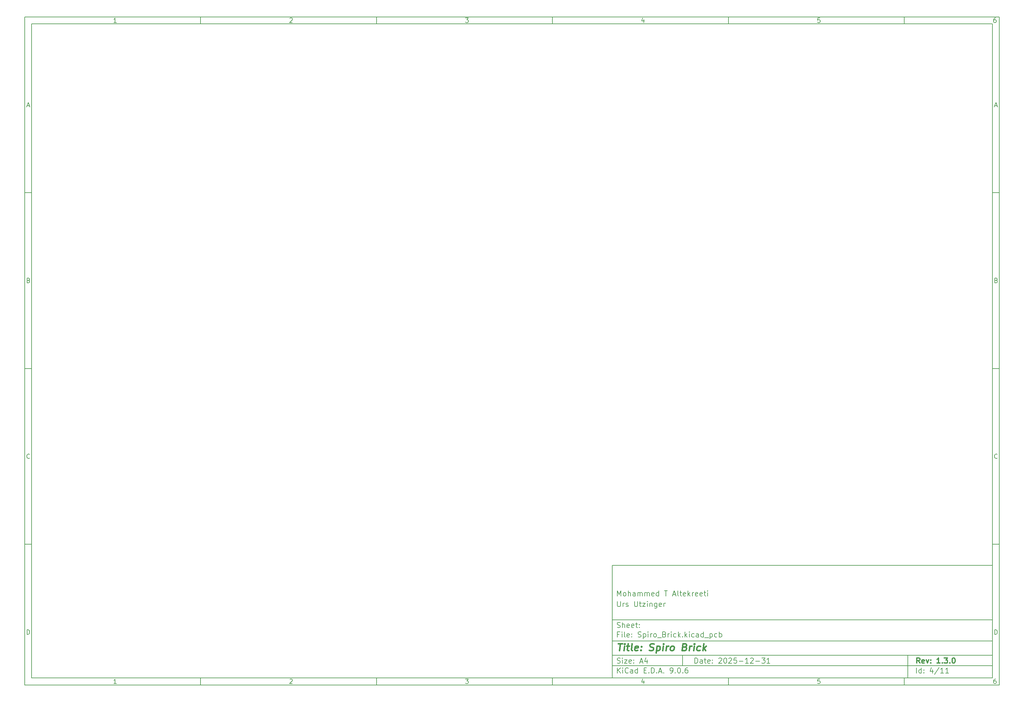
<source format=gbr>
%TF.GenerationSoftware,KiCad,Pcbnew,9.0.6-9.0.6~ubuntu22.04.1*%
%TF.CreationDate,2026-01-05T20:27:44-07:00*%
%TF.ProjectId,Spiro_Brick,53706972-6f5f-4427-9269-636b2e6b6963,1.3.0*%
%TF.SameCoordinates,Original*%
%TF.FileFunction,Paste,Bot*%
%TF.FilePolarity,Positive*%
%FSLAX46Y46*%
G04 Gerber Fmt 4.6, Leading zero omitted, Abs format (unit mm)*
G04 Created by KiCad (PCBNEW 9.0.6-9.0.6~ubuntu22.04.1) date 2026-01-05 20:27:44*
%MOMM*%
%LPD*%
G01*
G04 APERTURE LIST*
%ADD10C,0.100000*%
%ADD11C,0.150000*%
%ADD12C,0.300000*%
%ADD13C,0.400000*%
G04 APERTURE END LIST*
D10*
D11*
X177002200Y-166007200D02*
X285002200Y-166007200D01*
X285002200Y-198007200D01*
X177002200Y-198007200D01*
X177002200Y-166007200D01*
D10*
D11*
X10000000Y-10000000D02*
X287002200Y-10000000D01*
X287002200Y-200007200D01*
X10000000Y-200007200D01*
X10000000Y-10000000D01*
D10*
D11*
X12000000Y-12000000D02*
X285002200Y-12000000D01*
X285002200Y-198007200D01*
X12000000Y-198007200D01*
X12000000Y-12000000D01*
D10*
D11*
X60000000Y-12000000D02*
X60000000Y-10000000D01*
D10*
D11*
X110000000Y-12000000D02*
X110000000Y-10000000D01*
D10*
D11*
X160000000Y-12000000D02*
X160000000Y-10000000D01*
D10*
D11*
X210000000Y-12000000D02*
X210000000Y-10000000D01*
D10*
D11*
X260000000Y-12000000D02*
X260000000Y-10000000D01*
D10*
D11*
X36089160Y-11593604D02*
X35346303Y-11593604D01*
X35717731Y-11593604D02*
X35717731Y-10293604D01*
X35717731Y-10293604D02*
X35593922Y-10479319D01*
X35593922Y-10479319D02*
X35470112Y-10603128D01*
X35470112Y-10603128D02*
X35346303Y-10665033D01*
D10*
D11*
X85346303Y-10417414D02*
X85408207Y-10355509D01*
X85408207Y-10355509D02*
X85532017Y-10293604D01*
X85532017Y-10293604D02*
X85841541Y-10293604D01*
X85841541Y-10293604D02*
X85965350Y-10355509D01*
X85965350Y-10355509D02*
X86027255Y-10417414D01*
X86027255Y-10417414D02*
X86089160Y-10541223D01*
X86089160Y-10541223D02*
X86089160Y-10665033D01*
X86089160Y-10665033D02*
X86027255Y-10850747D01*
X86027255Y-10850747D02*
X85284398Y-11593604D01*
X85284398Y-11593604D02*
X86089160Y-11593604D01*
D10*
D11*
X135284398Y-10293604D02*
X136089160Y-10293604D01*
X136089160Y-10293604D02*
X135655826Y-10788842D01*
X135655826Y-10788842D02*
X135841541Y-10788842D01*
X135841541Y-10788842D02*
X135965350Y-10850747D01*
X135965350Y-10850747D02*
X136027255Y-10912652D01*
X136027255Y-10912652D02*
X136089160Y-11036461D01*
X136089160Y-11036461D02*
X136089160Y-11345985D01*
X136089160Y-11345985D02*
X136027255Y-11469795D01*
X136027255Y-11469795D02*
X135965350Y-11531700D01*
X135965350Y-11531700D02*
X135841541Y-11593604D01*
X135841541Y-11593604D02*
X135470112Y-11593604D01*
X135470112Y-11593604D02*
X135346303Y-11531700D01*
X135346303Y-11531700D02*
X135284398Y-11469795D01*
D10*
D11*
X185965350Y-10726938D02*
X185965350Y-11593604D01*
X185655826Y-10231700D02*
X185346303Y-11160271D01*
X185346303Y-11160271D02*
X186151064Y-11160271D01*
D10*
D11*
X236027255Y-10293604D02*
X235408207Y-10293604D01*
X235408207Y-10293604D02*
X235346303Y-10912652D01*
X235346303Y-10912652D02*
X235408207Y-10850747D01*
X235408207Y-10850747D02*
X235532017Y-10788842D01*
X235532017Y-10788842D02*
X235841541Y-10788842D01*
X235841541Y-10788842D02*
X235965350Y-10850747D01*
X235965350Y-10850747D02*
X236027255Y-10912652D01*
X236027255Y-10912652D02*
X236089160Y-11036461D01*
X236089160Y-11036461D02*
X236089160Y-11345985D01*
X236089160Y-11345985D02*
X236027255Y-11469795D01*
X236027255Y-11469795D02*
X235965350Y-11531700D01*
X235965350Y-11531700D02*
X235841541Y-11593604D01*
X235841541Y-11593604D02*
X235532017Y-11593604D01*
X235532017Y-11593604D02*
X235408207Y-11531700D01*
X235408207Y-11531700D02*
X235346303Y-11469795D01*
D10*
D11*
X285965350Y-10293604D02*
X285717731Y-10293604D01*
X285717731Y-10293604D02*
X285593922Y-10355509D01*
X285593922Y-10355509D02*
X285532017Y-10417414D01*
X285532017Y-10417414D02*
X285408207Y-10603128D01*
X285408207Y-10603128D02*
X285346303Y-10850747D01*
X285346303Y-10850747D02*
X285346303Y-11345985D01*
X285346303Y-11345985D02*
X285408207Y-11469795D01*
X285408207Y-11469795D02*
X285470112Y-11531700D01*
X285470112Y-11531700D02*
X285593922Y-11593604D01*
X285593922Y-11593604D02*
X285841541Y-11593604D01*
X285841541Y-11593604D02*
X285965350Y-11531700D01*
X285965350Y-11531700D02*
X286027255Y-11469795D01*
X286027255Y-11469795D02*
X286089160Y-11345985D01*
X286089160Y-11345985D02*
X286089160Y-11036461D01*
X286089160Y-11036461D02*
X286027255Y-10912652D01*
X286027255Y-10912652D02*
X285965350Y-10850747D01*
X285965350Y-10850747D02*
X285841541Y-10788842D01*
X285841541Y-10788842D02*
X285593922Y-10788842D01*
X285593922Y-10788842D02*
X285470112Y-10850747D01*
X285470112Y-10850747D02*
X285408207Y-10912652D01*
X285408207Y-10912652D02*
X285346303Y-11036461D01*
D10*
D11*
X60000000Y-198007200D02*
X60000000Y-200007200D01*
D10*
D11*
X110000000Y-198007200D02*
X110000000Y-200007200D01*
D10*
D11*
X160000000Y-198007200D02*
X160000000Y-200007200D01*
D10*
D11*
X210000000Y-198007200D02*
X210000000Y-200007200D01*
D10*
D11*
X260000000Y-198007200D02*
X260000000Y-200007200D01*
D10*
D11*
X36089160Y-199600804D02*
X35346303Y-199600804D01*
X35717731Y-199600804D02*
X35717731Y-198300804D01*
X35717731Y-198300804D02*
X35593922Y-198486519D01*
X35593922Y-198486519D02*
X35470112Y-198610328D01*
X35470112Y-198610328D02*
X35346303Y-198672233D01*
D10*
D11*
X85346303Y-198424614D02*
X85408207Y-198362709D01*
X85408207Y-198362709D02*
X85532017Y-198300804D01*
X85532017Y-198300804D02*
X85841541Y-198300804D01*
X85841541Y-198300804D02*
X85965350Y-198362709D01*
X85965350Y-198362709D02*
X86027255Y-198424614D01*
X86027255Y-198424614D02*
X86089160Y-198548423D01*
X86089160Y-198548423D02*
X86089160Y-198672233D01*
X86089160Y-198672233D02*
X86027255Y-198857947D01*
X86027255Y-198857947D02*
X85284398Y-199600804D01*
X85284398Y-199600804D02*
X86089160Y-199600804D01*
D10*
D11*
X135284398Y-198300804D02*
X136089160Y-198300804D01*
X136089160Y-198300804D02*
X135655826Y-198796042D01*
X135655826Y-198796042D02*
X135841541Y-198796042D01*
X135841541Y-198796042D02*
X135965350Y-198857947D01*
X135965350Y-198857947D02*
X136027255Y-198919852D01*
X136027255Y-198919852D02*
X136089160Y-199043661D01*
X136089160Y-199043661D02*
X136089160Y-199353185D01*
X136089160Y-199353185D02*
X136027255Y-199476995D01*
X136027255Y-199476995D02*
X135965350Y-199538900D01*
X135965350Y-199538900D02*
X135841541Y-199600804D01*
X135841541Y-199600804D02*
X135470112Y-199600804D01*
X135470112Y-199600804D02*
X135346303Y-199538900D01*
X135346303Y-199538900D02*
X135284398Y-199476995D01*
D10*
D11*
X185965350Y-198734138D02*
X185965350Y-199600804D01*
X185655826Y-198238900D02*
X185346303Y-199167471D01*
X185346303Y-199167471D02*
X186151064Y-199167471D01*
D10*
D11*
X236027255Y-198300804D02*
X235408207Y-198300804D01*
X235408207Y-198300804D02*
X235346303Y-198919852D01*
X235346303Y-198919852D02*
X235408207Y-198857947D01*
X235408207Y-198857947D02*
X235532017Y-198796042D01*
X235532017Y-198796042D02*
X235841541Y-198796042D01*
X235841541Y-198796042D02*
X235965350Y-198857947D01*
X235965350Y-198857947D02*
X236027255Y-198919852D01*
X236027255Y-198919852D02*
X236089160Y-199043661D01*
X236089160Y-199043661D02*
X236089160Y-199353185D01*
X236089160Y-199353185D02*
X236027255Y-199476995D01*
X236027255Y-199476995D02*
X235965350Y-199538900D01*
X235965350Y-199538900D02*
X235841541Y-199600804D01*
X235841541Y-199600804D02*
X235532017Y-199600804D01*
X235532017Y-199600804D02*
X235408207Y-199538900D01*
X235408207Y-199538900D02*
X235346303Y-199476995D01*
D10*
D11*
X285965350Y-198300804D02*
X285717731Y-198300804D01*
X285717731Y-198300804D02*
X285593922Y-198362709D01*
X285593922Y-198362709D02*
X285532017Y-198424614D01*
X285532017Y-198424614D02*
X285408207Y-198610328D01*
X285408207Y-198610328D02*
X285346303Y-198857947D01*
X285346303Y-198857947D02*
X285346303Y-199353185D01*
X285346303Y-199353185D02*
X285408207Y-199476995D01*
X285408207Y-199476995D02*
X285470112Y-199538900D01*
X285470112Y-199538900D02*
X285593922Y-199600804D01*
X285593922Y-199600804D02*
X285841541Y-199600804D01*
X285841541Y-199600804D02*
X285965350Y-199538900D01*
X285965350Y-199538900D02*
X286027255Y-199476995D01*
X286027255Y-199476995D02*
X286089160Y-199353185D01*
X286089160Y-199353185D02*
X286089160Y-199043661D01*
X286089160Y-199043661D02*
X286027255Y-198919852D01*
X286027255Y-198919852D02*
X285965350Y-198857947D01*
X285965350Y-198857947D02*
X285841541Y-198796042D01*
X285841541Y-198796042D02*
X285593922Y-198796042D01*
X285593922Y-198796042D02*
X285470112Y-198857947D01*
X285470112Y-198857947D02*
X285408207Y-198919852D01*
X285408207Y-198919852D02*
X285346303Y-199043661D01*
D10*
D11*
X10000000Y-60000000D02*
X12000000Y-60000000D01*
D10*
D11*
X10000000Y-110000000D02*
X12000000Y-110000000D01*
D10*
D11*
X10000000Y-160000000D02*
X12000000Y-160000000D01*
D10*
D11*
X10690476Y-35222176D02*
X11309523Y-35222176D01*
X10566666Y-35593604D02*
X10999999Y-34293604D01*
X10999999Y-34293604D02*
X11433333Y-35593604D01*
D10*
D11*
X11092857Y-84912652D02*
X11278571Y-84974557D01*
X11278571Y-84974557D02*
X11340476Y-85036461D01*
X11340476Y-85036461D02*
X11402380Y-85160271D01*
X11402380Y-85160271D02*
X11402380Y-85345985D01*
X11402380Y-85345985D02*
X11340476Y-85469795D01*
X11340476Y-85469795D02*
X11278571Y-85531700D01*
X11278571Y-85531700D02*
X11154761Y-85593604D01*
X11154761Y-85593604D02*
X10659523Y-85593604D01*
X10659523Y-85593604D02*
X10659523Y-84293604D01*
X10659523Y-84293604D02*
X11092857Y-84293604D01*
X11092857Y-84293604D02*
X11216666Y-84355509D01*
X11216666Y-84355509D02*
X11278571Y-84417414D01*
X11278571Y-84417414D02*
X11340476Y-84541223D01*
X11340476Y-84541223D02*
X11340476Y-84665033D01*
X11340476Y-84665033D02*
X11278571Y-84788842D01*
X11278571Y-84788842D02*
X11216666Y-84850747D01*
X11216666Y-84850747D02*
X11092857Y-84912652D01*
X11092857Y-84912652D02*
X10659523Y-84912652D01*
D10*
D11*
X11402380Y-135469795D02*
X11340476Y-135531700D01*
X11340476Y-135531700D02*
X11154761Y-135593604D01*
X11154761Y-135593604D02*
X11030952Y-135593604D01*
X11030952Y-135593604D02*
X10845238Y-135531700D01*
X10845238Y-135531700D02*
X10721428Y-135407890D01*
X10721428Y-135407890D02*
X10659523Y-135284080D01*
X10659523Y-135284080D02*
X10597619Y-135036461D01*
X10597619Y-135036461D02*
X10597619Y-134850747D01*
X10597619Y-134850747D02*
X10659523Y-134603128D01*
X10659523Y-134603128D02*
X10721428Y-134479319D01*
X10721428Y-134479319D02*
X10845238Y-134355509D01*
X10845238Y-134355509D02*
X11030952Y-134293604D01*
X11030952Y-134293604D02*
X11154761Y-134293604D01*
X11154761Y-134293604D02*
X11340476Y-134355509D01*
X11340476Y-134355509D02*
X11402380Y-134417414D01*
D10*
D11*
X10659523Y-185593604D02*
X10659523Y-184293604D01*
X10659523Y-184293604D02*
X10969047Y-184293604D01*
X10969047Y-184293604D02*
X11154761Y-184355509D01*
X11154761Y-184355509D02*
X11278571Y-184479319D01*
X11278571Y-184479319D02*
X11340476Y-184603128D01*
X11340476Y-184603128D02*
X11402380Y-184850747D01*
X11402380Y-184850747D02*
X11402380Y-185036461D01*
X11402380Y-185036461D02*
X11340476Y-185284080D01*
X11340476Y-185284080D02*
X11278571Y-185407890D01*
X11278571Y-185407890D02*
X11154761Y-185531700D01*
X11154761Y-185531700D02*
X10969047Y-185593604D01*
X10969047Y-185593604D02*
X10659523Y-185593604D01*
D10*
D11*
X287002200Y-60000000D02*
X285002200Y-60000000D01*
D10*
D11*
X287002200Y-110000000D02*
X285002200Y-110000000D01*
D10*
D11*
X287002200Y-160000000D02*
X285002200Y-160000000D01*
D10*
D11*
X285692676Y-35222176D02*
X286311723Y-35222176D01*
X285568866Y-35593604D02*
X286002199Y-34293604D01*
X286002199Y-34293604D02*
X286435533Y-35593604D01*
D10*
D11*
X286095057Y-84912652D02*
X286280771Y-84974557D01*
X286280771Y-84974557D02*
X286342676Y-85036461D01*
X286342676Y-85036461D02*
X286404580Y-85160271D01*
X286404580Y-85160271D02*
X286404580Y-85345985D01*
X286404580Y-85345985D02*
X286342676Y-85469795D01*
X286342676Y-85469795D02*
X286280771Y-85531700D01*
X286280771Y-85531700D02*
X286156961Y-85593604D01*
X286156961Y-85593604D02*
X285661723Y-85593604D01*
X285661723Y-85593604D02*
X285661723Y-84293604D01*
X285661723Y-84293604D02*
X286095057Y-84293604D01*
X286095057Y-84293604D02*
X286218866Y-84355509D01*
X286218866Y-84355509D02*
X286280771Y-84417414D01*
X286280771Y-84417414D02*
X286342676Y-84541223D01*
X286342676Y-84541223D02*
X286342676Y-84665033D01*
X286342676Y-84665033D02*
X286280771Y-84788842D01*
X286280771Y-84788842D02*
X286218866Y-84850747D01*
X286218866Y-84850747D02*
X286095057Y-84912652D01*
X286095057Y-84912652D02*
X285661723Y-84912652D01*
D10*
D11*
X286404580Y-135469795D02*
X286342676Y-135531700D01*
X286342676Y-135531700D02*
X286156961Y-135593604D01*
X286156961Y-135593604D02*
X286033152Y-135593604D01*
X286033152Y-135593604D02*
X285847438Y-135531700D01*
X285847438Y-135531700D02*
X285723628Y-135407890D01*
X285723628Y-135407890D02*
X285661723Y-135284080D01*
X285661723Y-135284080D02*
X285599819Y-135036461D01*
X285599819Y-135036461D02*
X285599819Y-134850747D01*
X285599819Y-134850747D02*
X285661723Y-134603128D01*
X285661723Y-134603128D02*
X285723628Y-134479319D01*
X285723628Y-134479319D02*
X285847438Y-134355509D01*
X285847438Y-134355509D02*
X286033152Y-134293604D01*
X286033152Y-134293604D02*
X286156961Y-134293604D01*
X286156961Y-134293604D02*
X286342676Y-134355509D01*
X286342676Y-134355509D02*
X286404580Y-134417414D01*
D10*
D11*
X285661723Y-185593604D02*
X285661723Y-184293604D01*
X285661723Y-184293604D02*
X285971247Y-184293604D01*
X285971247Y-184293604D02*
X286156961Y-184355509D01*
X286156961Y-184355509D02*
X286280771Y-184479319D01*
X286280771Y-184479319D02*
X286342676Y-184603128D01*
X286342676Y-184603128D02*
X286404580Y-184850747D01*
X286404580Y-184850747D02*
X286404580Y-185036461D01*
X286404580Y-185036461D02*
X286342676Y-185284080D01*
X286342676Y-185284080D02*
X286280771Y-185407890D01*
X286280771Y-185407890D02*
X286156961Y-185531700D01*
X286156961Y-185531700D02*
X285971247Y-185593604D01*
X285971247Y-185593604D02*
X285661723Y-185593604D01*
D10*
D11*
X200458026Y-193793328D02*
X200458026Y-192293328D01*
X200458026Y-192293328D02*
X200815169Y-192293328D01*
X200815169Y-192293328D02*
X201029455Y-192364757D01*
X201029455Y-192364757D02*
X201172312Y-192507614D01*
X201172312Y-192507614D02*
X201243741Y-192650471D01*
X201243741Y-192650471D02*
X201315169Y-192936185D01*
X201315169Y-192936185D02*
X201315169Y-193150471D01*
X201315169Y-193150471D02*
X201243741Y-193436185D01*
X201243741Y-193436185D02*
X201172312Y-193579042D01*
X201172312Y-193579042D02*
X201029455Y-193721900D01*
X201029455Y-193721900D02*
X200815169Y-193793328D01*
X200815169Y-193793328D02*
X200458026Y-193793328D01*
X202600884Y-193793328D02*
X202600884Y-193007614D01*
X202600884Y-193007614D02*
X202529455Y-192864757D01*
X202529455Y-192864757D02*
X202386598Y-192793328D01*
X202386598Y-192793328D02*
X202100884Y-192793328D01*
X202100884Y-192793328D02*
X201958026Y-192864757D01*
X202600884Y-193721900D02*
X202458026Y-193793328D01*
X202458026Y-193793328D02*
X202100884Y-193793328D01*
X202100884Y-193793328D02*
X201958026Y-193721900D01*
X201958026Y-193721900D02*
X201886598Y-193579042D01*
X201886598Y-193579042D02*
X201886598Y-193436185D01*
X201886598Y-193436185D02*
X201958026Y-193293328D01*
X201958026Y-193293328D02*
X202100884Y-193221900D01*
X202100884Y-193221900D02*
X202458026Y-193221900D01*
X202458026Y-193221900D02*
X202600884Y-193150471D01*
X203100884Y-192793328D02*
X203672312Y-192793328D01*
X203315169Y-192293328D02*
X203315169Y-193579042D01*
X203315169Y-193579042D02*
X203386598Y-193721900D01*
X203386598Y-193721900D02*
X203529455Y-193793328D01*
X203529455Y-193793328D02*
X203672312Y-193793328D01*
X204743741Y-193721900D02*
X204600884Y-193793328D01*
X204600884Y-193793328D02*
X204315170Y-193793328D01*
X204315170Y-193793328D02*
X204172312Y-193721900D01*
X204172312Y-193721900D02*
X204100884Y-193579042D01*
X204100884Y-193579042D02*
X204100884Y-193007614D01*
X204100884Y-193007614D02*
X204172312Y-192864757D01*
X204172312Y-192864757D02*
X204315170Y-192793328D01*
X204315170Y-192793328D02*
X204600884Y-192793328D01*
X204600884Y-192793328D02*
X204743741Y-192864757D01*
X204743741Y-192864757D02*
X204815170Y-193007614D01*
X204815170Y-193007614D02*
X204815170Y-193150471D01*
X204815170Y-193150471D02*
X204100884Y-193293328D01*
X205458026Y-193650471D02*
X205529455Y-193721900D01*
X205529455Y-193721900D02*
X205458026Y-193793328D01*
X205458026Y-193793328D02*
X205386598Y-193721900D01*
X205386598Y-193721900D02*
X205458026Y-193650471D01*
X205458026Y-193650471D02*
X205458026Y-193793328D01*
X205458026Y-192864757D02*
X205529455Y-192936185D01*
X205529455Y-192936185D02*
X205458026Y-193007614D01*
X205458026Y-193007614D02*
X205386598Y-192936185D01*
X205386598Y-192936185D02*
X205458026Y-192864757D01*
X205458026Y-192864757D02*
X205458026Y-193007614D01*
X207243741Y-192436185D02*
X207315169Y-192364757D01*
X207315169Y-192364757D02*
X207458027Y-192293328D01*
X207458027Y-192293328D02*
X207815169Y-192293328D01*
X207815169Y-192293328D02*
X207958027Y-192364757D01*
X207958027Y-192364757D02*
X208029455Y-192436185D01*
X208029455Y-192436185D02*
X208100884Y-192579042D01*
X208100884Y-192579042D02*
X208100884Y-192721900D01*
X208100884Y-192721900D02*
X208029455Y-192936185D01*
X208029455Y-192936185D02*
X207172312Y-193793328D01*
X207172312Y-193793328D02*
X208100884Y-193793328D01*
X209029455Y-192293328D02*
X209172312Y-192293328D01*
X209172312Y-192293328D02*
X209315169Y-192364757D01*
X209315169Y-192364757D02*
X209386598Y-192436185D01*
X209386598Y-192436185D02*
X209458026Y-192579042D01*
X209458026Y-192579042D02*
X209529455Y-192864757D01*
X209529455Y-192864757D02*
X209529455Y-193221900D01*
X209529455Y-193221900D02*
X209458026Y-193507614D01*
X209458026Y-193507614D02*
X209386598Y-193650471D01*
X209386598Y-193650471D02*
X209315169Y-193721900D01*
X209315169Y-193721900D02*
X209172312Y-193793328D01*
X209172312Y-193793328D02*
X209029455Y-193793328D01*
X209029455Y-193793328D02*
X208886598Y-193721900D01*
X208886598Y-193721900D02*
X208815169Y-193650471D01*
X208815169Y-193650471D02*
X208743740Y-193507614D01*
X208743740Y-193507614D02*
X208672312Y-193221900D01*
X208672312Y-193221900D02*
X208672312Y-192864757D01*
X208672312Y-192864757D02*
X208743740Y-192579042D01*
X208743740Y-192579042D02*
X208815169Y-192436185D01*
X208815169Y-192436185D02*
X208886598Y-192364757D01*
X208886598Y-192364757D02*
X209029455Y-192293328D01*
X210100883Y-192436185D02*
X210172311Y-192364757D01*
X210172311Y-192364757D02*
X210315169Y-192293328D01*
X210315169Y-192293328D02*
X210672311Y-192293328D01*
X210672311Y-192293328D02*
X210815169Y-192364757D01*
X210815169Y-192364757D02*
X210886597Y-192436185D01*
X210886597Y-192436185D02*
X210958026Y-192579042D01*
X210958026Y-192579042D02*
X210958026Y-192721900D01*
X210958026Y-192721900D02*
X210886597Y-192936185D01*
X210886597Y-192936185D02*
X210029454Y-193793328D01*
X210029454Y-193793328D02*
X210958026Y-193793328D01*
X212315168Y-192293328D02*
X211600882Y-192293328D01*
X211600882Y-192293328D02*
X211529454Y-193007614D01*
X211529454Y-193007614D02*
X211600882Y-192936185D01*
X211600882Y-192936185D02*
X211743740Y-192864757D01*
X211743740Y-192864757D02*
X212100882Y-192864757D01*
X212100882Y-192864757D02*
X212243740Y-192936185D01*
X212243740Y-192936185D02*
X212315168Y-193007614D01*
X212315168Y-193007614D02*
X212386597Y-193150471D01*
X212386597Y-193150471D02*
X212386597Y-193507614D01*
X212386597Y-193507614D02*
X212315168Y-193650471D01*
X212315168Y-193650471D02*
X212243740Y-193721900D01*
X212243740Y-193721900D02*
X212100882Y-193793328D01*
X212100882Y-193793328D02*
X211743740Y-193793328D01*
X211743740Y-193793328D02*
X211600882Y-193721900D01*
X211600882Y-193721900D02*
X211529454Y-193650471D01*
X213029453Y-193221900D02*
X214172311Y-193221900D01*
X215672311Y-193793328D02*
X214815168Y-193793328D01*
X215243739Y-193793328D02*
X215243739Y-192293328D01*
X215243739Y-192293328D02*
X215100882Y-192507614D01*
X215100882Y-192507614D02*
X214958025Y-192650471D01*
X214958025Y-192650471D02*
X214815168Y-192721900D01*
X216243739Y-192436185D02*
X216315167Y-192364757D01*
X216315167Y-192364757D02*
X216458025Y-192293328D01*
X216458025Y-192293328D02*
X216815167Y-192293328D01*
X216815167Y-192293328D02*
X216958025Y-192364757D01*
X216958025Y-192364757D02*
X217029453Y-192436185D01*
X217029453Y-192436185D02*
X217100882Y-192579042D01*
X217100882Y-192579042D02*
X217100882Y-192721900D01*
X217100882Y-192721900D02*
X217029453Y-192936185D01*
X217029453Y-192936185D02*
X216172310Y-193793328D01*
X216172310Y-193793328D02*
X217100882Y-193793328D01*
X217743738Y-193221900D02*
X218886596Y-193221900D01*
X219458024Y-192293328D02*
X220386596Y-192293328D01*
X220386596Y-192293328D02*
X219886596Y-192864757D01*
X219886596Y-192864757D02*
X220100881Y-192864757D01*
X220100881Y-192864757D02*
X220243739Y-192936185D01*
X220243739Y-192936185D02*
X220315167Y-193007614D01*
X220315167Y-193007614D02*
X220386596Y-193150471D01*
X220386596Y-193150471D02*
X220386596Y-193507614D01*
X220386596Y-193507614D02*
X220315167Y-193650471D01*
X220315167Y-193650471D02*
X220243739Y-193721900D01*
X220243739Y-193721900D02*
X220100881Y-193793328D01*
X220100881Y-193793328D02*
X219672310Y-193793328D01*
X219672310Y-193793328D02*
X219529453Y-193721900D01*
X219529453Y-193721900D02*
X219458024Y-193650471D01*
X221815167Y-193793328D02*
X220958024Y-193793328D01*
X221386595Y-193793328D02*
X221386595Y-192293328D01*
X221386595Y-192293328D02*
X221243738Y-192507614D01*
X221243738Y-192507614D02*
X221100881Y-192650471D01*
X221100881Y-192650471D02*
X220958024Y-192721900D01*
D10*
D11*
X177002200Y-194507200D02*
X285002200Y-194507200D01*
D10*
D11*
X178458026Y-196593328D02*
X178458026Y-195093328D01*
X179315169Y-196593328D02*
X178672312Y-195736185D01*
X179315169Y-195093328D02*
X178458026Y-195950471D01*
X179958026Y-196593328D02*
X179958026Y-195593328D01*
X179958026Y-195093328D02*
X179886598Y-195164757D01*
X179886598Y-195164757D02*
X179958026Y-195236185D01*
X179958026Y-195236185D02*
X180029455Y-195164757D01*
X180029455Y-195164757D02*
X179958026Y-195093328D01*
X179958026Y-195093328D02*
X179958026Y-195236185D01*
X181529455Y-196450471D02*
X181458027Y-196521900D01*
X181458027Y-196521900D02*
X181243741Y-196593328D01*
X181243741Y-196593328D02*
X181100884Y-196593328D01*
X181100884Y-196593328D02*
X180886598Y-196521900D01*
X180886598Y-196521900D02*
X180743741Y-196379042D01*
X180743741Y-196379042D02*
X180672312Y-196236185D01*
X180672312Y-196236185D02*
X180600884Y-195950471D01*
X180600884Y-195950471D02*
X180600884Y-195736185D01*
X180600884Y-195736185D02*
X180672312Y-195450471D01*
X180672312Y-195450471D02*
X180743741Y-195307614D01*
X180743741Y-195307614D02*
X180886598Y-195164757D01*
X180886598Y-195164757D02*
X181100884Y-195093328D01*
X181100884Y-195093328D02*
X181243741Y-195093328D01*
X181243741Y-195093328D02*
X181458027Y-195164757D01*
X181458027Y-195164757D02*
X181529455Y-195236185D01*
X182815170Y-196593328D02*
X182815170Y-195807614D01*
X182815170Y-195807614D02*
X182743741Y-195664757D01*
X182743741Y-195664757D02*
X182600884Y-195593328D01*
X182600884Y-195593328D02*
X182315170Y-195593328D01*
X182315170Y-195593328D02*
X182172312Y-195664757D01*
X182815170Y-196521900D02*
X182672312Y-196593328D01*
X182672312Y-196593328D02*
X182315170Y-196593328D01*
X182315170Y-196593328D02*
X182172312Y-196521900D01*
X182172312Y-196521900D02*
X182100884Y-196379042D01*
X182100884Y-196379042D02*
X182100884Y-196236185D01*
X182100884Y-196236185D02*
X182172312Y-196093328D01*
X182172312Y-196093328D02*
X182315170Y-196021900D01*
X182315170Y-196021900D02*
X182672312Y-196021900D01*
X182672312Y-196021900D02*
X182815170Y-195950471D01*
X184172313Y-196593328D02*
X184172313Y-195093328D01*
X184172313Y-196521900D02*
X184029455Y-196593328D01*
X184029455Y-196593328D02*
X183743741Y-196593328D01*
X183743741Y-196593328D02*
X183600884Y-196521900D01*
X183600884Y-196521900D02*
X183529455Y-196450471D01*
X183529455Y-196450471D02*
X183458027Y-196307614D01*
X183458027Y-196307614D02*
X183458027Y-195879042D01*
X183458027Y-195879042D02*
X183529455Y-195736185D01*
X183529455Y-195736185D02*
X183600884Y-195664757D01*
X183600884Y-195664757D02*
X183743741Y-195593328D01*
X183743741Y-195593328D02*
X184029455Y-195593328D01*
X184029455Y-195593328D02*
X184172313Y-195664757D01*
X186029455Y-195807614D02*
X186529455Y-195807614D01*
X186743741Y-196593328D02*
X186029455Y-196593328D01*
X186029455Y-196593328D02*
X186029455Y-195093328D01*
X186029455Y-195093328D02*
X186743741Y-195093328D01*
X187386598Y-196450471D02*
X187458027Y-196521900D01*
X187458027Y-196521900D02*
X187386598Y-196593328D01*
X187386598Y-196593328D02*
X187315170Y-196521900D01*
X187315170Y-196521900D02*
X187386598Y-196450471D01*
X187386598Y-196450471D02*
X187386598Y-196593328D01*
X188100884Y-196593328D02*
X188100884Y-195093328D01*
X188100884Y-195093328D02*
X188458027Y-195093328D01*
X188458027Y-195093328D02*
X188672313Y-195164757D01*
X188672313Y-195164757D02*
X188815170Y-195307614D01*
X188815170Y-195307614D02*
X188886599Y-195450471D01*
X188886599Y-195450471D02*
X188958027Y-195736185D01*
X188958027Y-195736185D02*
X188958027Y-195950471D01*
X188958027Y-195950471D02*
X188886599Y-196236185D01*
X188886599Y-196236185D02*
X188815170Y-196379042D01*
X188815170Y-196379042D02*
X188672313Y-196521900D01*
X188672313Y-196521900D02*
X188458027Y-196593328D01*
X188458027Y-196593328D02*
X188100884Y-196593328D01*
X189600884Y-196450471D02*
X189672313Y-196521900D01*
X189672313Y-196521900D02*
X189600884Y-196593328D01*
X189600884Y-196593328D02*
X189529456Y-196521900D01*
X189529456Y-196521900D02*
X189600884Y-196450471D01*
X189600884Y-196450471D02*
X189600884Y-196593328D01*
X190243742Y-196164757D02*
X190958028Y-196164757D01*
X190100885Y-196593328D02*
X190600885Y-195093328D01*
X190600885Y-195093328D02*
X191100885Y-196593328D01*
X191600884Y-196450471D02*
X191672313Y-196521900D01*
X191672313Y-196521900D02*
X191600884Y-196593328D01*
X191600884Y-196593328D02*
X191529456Y-196521900D01*
X191529456Y-196521900D02*
X191600884Y-196450471D01*
X191600884Y-196450471D02*
X191600884Y-196593328D01*
X193529456Y-196593328D02*
X193815170Y-196593328D01*
X193815170Y-196593328D02*
X193958027Y-196521900D01*
X193958027Y-196521900D02*
X194029456Y-196450471D01*
X194029456Y-196450471D02*
X194172313Y-196236185D01*
X194172313Y-196236185D02*
X194243742Y-195950471D01*
X194243742Y-195950471D02*
X194243742Y-195379042D01*
X194243742Y-195379042D02*
X194172313Y-195236185D01*
X194172313Y-195236185D02*
X194100885Y-195164757D01*
X194100885Y-195164757D02*
X193958027Y-195093328D01*
X193958027Y-195093328D02*
X193672313Y-195093328D01*
X193672313Y-195093328D02*
X193529456Y-195164757D01*
X193529456Y-195164757D02*
X193458027Y-195236185D01*
X193458027Y-195236185D02*
X193386599Y-195379042D01*
X193386599Y-195379042D02*
X193386599Y-195736185D01*
X193386599Y-195736185D02*
X193458027Y-195879042D01*
X193458027Y-195879042D02*
X193529456Y-195950471D01*
X193529456Y-195950471D02*
X193672313Y-196021900D01*
X193672313Y-196021900D02*
X193958027Y-196021900D01*
X193958027Y-196021900D02*
X194100885Y-195950471D01*
X194100885Y-195950471D02*
X194172313Y-195879042D01*
X194172313Y-195879042D02*
X194243742Y-195736185D01*
X194886598Y-196450471D02*
X194958027Y-196521900D01*
X194958027Y-196521900D02*
X194886598Y-196593328D01*
X194886598Y-196593328D02*
X194815170Y-196521900D01*
X194815170Y-196521900D02*
X194886598Y-196450471D01*
X194886598Y-196450471D02*
X194886598Y-196593328D01*
X195886599Y-195093328D02*
X196029456Y-195093328D01*
X196029456Y-195093328D02*
X196172313Y-195164757D01*
X196172313Y-195164757D02*
X196243742Y-195236185D01*
X196243742Y-195236185D02*
X196315170Y-195379042D01*
X196315170Y-195379042D02*
X196386599Y-195664757D01*
X196386599Y-195664757D02*
X196386599Y-196021900D01*
X196386599Y-196021900D02*
X196315170Y-196307614D01*
X196315170Y-196307614D02*
X196243742Y-196450471D01*
X196243742Y-196450471D02*
X196172313Y-196521900D01*
X196172313Y-196521900D02*
X196029456Y-196593328D01*
X196029456Y-196593328D02*
X195886599Y-196593328D01*
X195886599Y-196593328D02*
X195743742Y-196521900D01*
X195743742Y-196521900D02*
X195672313Y-196450471D01*
X195672313Y-196450471D02*
X195600884Y-196307614D01*
X195600884Y-196307614D02*
X195529456Y-196021900D01*
X195529456Y-196021900D02*
X195529456Y-195664757D01*
X195529456Y-195664757D02*
X195600884Y-195379042D01*
X195600884Y-195379042D02*
X195672313Y-195236185D01*
X195672313Y-195236185D02*
X195743742Y-195164757D01*
X195743742Y-195164757D02*
X195886599Y-195093328D01*
X197029455Y-196450471D02*
X197100884Y-196521900D01*
X197100884Y-196521900D02*
X197029455Y-196593328D01*
X197029455Y-196593328D02*
X196958027Y-196521900D01*
X196958027Y-196521900D02*
X197029455Y-196450471D01*
X197029455Y-196450471D02*
X197029455Y-196593328D01*
X198386599Y-195093328D02*
X198100884Y-195093328D01*
X198100884Y-195093328D02*
X197958027Y-195164757D01*
X197958027Y-195164757D02*
X197886599Y-195236185D01*
X197886599Y-195236185D02*
X197743741Y-195450471D01*
X197743741Y-195450471D02*
X197672313Y-195736185D01*
X197672313Y-195736185D02*
X197672313Y-196307614D01*
X197672313Y-196307614D02*
X197743741Y-196450471D01*
X197743741Y-196450471D02*
X197815170Y-196521900D01*
X197815170Y-196521900D02*
X197958027Y-196593328D01*
X197958027Y-196593328D02*
X198243741Y-196593328D01*
X198243741Y-196593328D02*
X198386599Y-196521900D01*
X198386599Y-196521900D02*
X198458027Y-196450471D01*
X198458027Y-196450471D02*
X198529456Y-196307614D01*
X198529456Y-196307614D02*
X198529456Y-195950471D01*
X198529456Y-195950471D02*
X198458027Y-195807614D01*
X198458027Y-195807614D02*
X198386599Y-195736185D01*
X198386599Y-195736185D02*
X198243741Y-195664757D01*
X198243741Y-195664757D02*
X197958027Y-195664757D01*
X197958027Y-195664757D02*
X197815170Y-195736185D01*
X197815170Y-195736185D02*
X197743741Y-195807614D01*
X197743741Y-195807614D02*
X197672313Y-195950471D01*
D10*
D11*
X177002200Y-191507200D02*
X285002200Y-191507200D01*
D10*
D12*
X264413853Y-193785528D02*
X263913853Y-193071242D01*
X263556710Y-193785528D02*
X263556710Y-192285528D01*
X263556710Y-192285528D02*
X264128139Y-192285528D01*
X264128139Y-192285528D02*
X264270996Y-192356957D01*
X264270996Y-192356957D02*
X264342425Y-192428385D01*
X264342425Y-192428385D02*
X264413853Y-192571242D01*
X264413853Y-192571242D02*
X264413853Y-192785528D01*
X264413853Y-192785528D02*
X264342425Y-192928385D01*
X264342425Y-192928385D02*
X264270996Y-192999814D01*
X264270996Y-192999814D02*
X264128139Y-193071242D01*
X264128139Y-193071242D02*
X263556710Y-193071242D01*
X265628139Y-193714100D02*
X265485282Y-193785528D01*
X265485282Y-193785528D02*
X265199568Y-193785528D01*
X265199568Y-193785528D02*
X265056710Y-193714100D01*
X265056710Y-193714100D02*
X264985282Y-193571242D01*
X264985282Y-193571242D02*
X264985282Y-192999814D01*
X264985282Y-192999814D02*
X265056710Y-192856957D01*
X265056710Y-192856957D02*
X265199568Y-192785528D01*
X265199568Y-192785528D02*
X265485282Y-192785528D01*
X265485282Y-192785528D02*
X265628139Y-192856957D01*
X265628139Y-192856957D02*
X265699568Y-192999814D01*
X265699568Y-192999814D02*
X265699568Y-193142671D01*
X265699568Y-193142671D02*
X264985282Y-193285528D01*
X266199567Y-192785528D02*
X266556710Y-193785528D01*
X266556710Y-193785528D02*
X266913853Y-192785528D01*
X267485281Y-193642671D02*
X267556710Y-193714100D01*
X267556710Y-193714100D02*
X267485281Y-193785528D01*
X267485281Y-193785528D02*
X267413853Y-193714100D01*
X267413853Y-193714100D02*
X267485281Y-193642671D01*
X267485281Y-193642671D02*
X267485281Y-193785528D01*
X267485281Y-192856957D02*
X267556710Y-192928385D01*
X267556710Y-192928385D02*
X267485281Y-192999814D01*
X267485281Y-192999814D02*
X267413853Y-192928385D01*
X267413853Y-192928385D02*
X267485281Y-192856957D01*
X267485281Y-192856957D02*
X267485281Y-192999814D01*
X270128139Y-193785528D02*
X269270996Y-193785528D01*
X269699567Y-193785528D02*
X269699567Y-192285528D01*
X269699567Y-192285528D02*
X269556710Y-192499814D01*
X269556710Y-192499814D02*
X269413853Y-192642671D01*
X269413853Y-192642671D02*
X269270996Y-192714100D01*
X270770995Y-193642671D02*
X270842424Y-193714100D01*
X270842424Y-193714100D02*
X270770995Y-193785528D01*
X270770995Y-193785528D02*
X270699567Y-193714100D01*
X270699567Y-193714100D02*
X270770995Y-193642671D01*
X270770995Y-193642671D02*
X270770995Y-193785528D01*
X271342424Y-192285528D02*
X272270996Y-192285528D01*
X272270996Y-192285528D02*
X271770996Y-192856957D01*
X271770996Y-192856957D02*
X271985281Y-192856957D01*
X271985281Y-192856957D02*
X272128139Y-192928385D01*
X272128139Y-192928385D02*
X272199567Y-192999814D01*
X272199567Y-192999814D02*
X272270996Y-193142671D01*
X272270996Y-193142671D02*
X272270996Y-193499814D01*
X272270996Y-193499814D02*
X272199567Y-193642671D01*
X272199567Y-193642671D02*
X272128139Y-193714100D01*
X272128139Y-193714100D02*
X271985281Y-193785528D01*
X271985281Y-193785528D02*
X271556710Y-193785528D01*
X271556710Y-193785528D02*
X271413853Y-193714100D01*
X271413853Y-193714100D02*
X271342424Y-193642671D01*
X272913852Y-193642671D02*
X272985281Y-193714100D01*
X272985281Y-193714100D02*
X272913852Y-193785528D01*
X272913852Y-193785528D02*
X272842424Y-193714100D01*
X272842424Y-193714100D02*
X272913852Y-193642671D01*
X272913852Y-193642671D02*
X272913852Y-193785528D01*
X273913853Y-192285528D02*
X274056710Y-192285528D01*
X274056710Y-192285528D02*
X274199567Y-192356957D01*
X274199567Y-192356957D02*
X274270996Y-192428385D01*
X274270996Y-192428385D02*
X274342424Y-192571242D01*
X274342424Y-192571242D02*
X274413853Y-192856957D01*
X274413853Y-192856957D02*
X274413853Y-193214100D01*
X274413853Y-193214100D02*
X274342424Y-193499814D01*
X274342424Y-193499814D02*
X274270996Y-193642671D01*
X274270996Y-193642671D02*
X274199567Y-193714100D01*
X274199567Y-193714100D02*
X274056710Y-193785528D01*
X274056710Y-193785528D02*
X273913853Y-193785528D01*
X273913853Y-193785528D02*
X273770996Y-193714100D01*
X273770996Y-193714100D02*
X273699567Y-193642671D01*
X273699567Y-193642671D02*
X273628138Y-193499814D01*
X273628138Y-193499814D02*
X273556710Y-193214100D01*
X273556710Y-193214100D02*
X273556710Y-192856957D01*
X273556710Y-192856957D02*
X273628138Y-192571242D01*
X273628138Y-192571242D02*
X273699567Y-192428385D01*
X273699567Y-192428385D02*
X273770996Y-192356957D01*
X273770996Y-192356957D02*
X273913853Y-192285528D01*
D10*
D11*
X178386598Y-193721900D02*
X178600884Y-193793328D01*
X178600884Y-193793328D02*
X178958026Y-193793328D01*
X178958026Y-193793328D02*
X179100884Y-193721900D01*
X179100884Y-193721900D02*
X179172312Y-193650471D01*
X179172312Y-193650471D02*
X179243741Y-193507614D01*
X179243741Y-193507614D02*
X179243741Y-193364757D01*
X179243741Y-193364757D02*
X179172312Y-193221900D01*
X179172312Y-193221900D02*
X179100884Y-193150471D01*
X179100884Y-193150471D02*
X178958026Y-193079042D01*
X178958026Y-193079042D02*
X178672312Y-193007614D01*
X178672312Y-193007614D02*
X178529455Y-192936185D01*
X178529455Y-192936185D02*
X178458026Y-192864757D01*
X178458026Y-192864757D02*
X178386598Y-192721900D01*
X178386598Y-192721900D02*
X178386598Y-192579042D01*
X178386598Y-192579042D02*
X178458026Y-192436185D01*
X178458026Y-192436185D02*
X178529455Y-192364757D01*
X178529455Y-192364757D02*
X178672312Y-192293328D01*
X178672312Y-192293328D02*
X179029455Y-192293328D01*
X179029455Y-192293328D02*
X179243741Y-192364757D01*
X179886597Y-193793328D02*
X179886597Y-192793328D01*
X179886597Y-192293328D02*
X179815169Y-192364757D01*
X179815169Y-192364757D02*
X179886597Y-192436185D01*
X179886597Y-192436185D02*
X179958026Y-192364757D01*
X179958026Y-192364757D02*
X179886597Y-192293328D01*
X179886597Y-192293328D02*
X179886597Y-192436185D01*
X180458026Y-192793328D02*
X181243741Y-192793328D01*
X181243741Y-192793328D02*
X180458026Y-193793328D01*
X180458026Y-193793328D02*
X181243741Y-193793328D01*
X182386598Y-193721900D02*
X182243741Y-193793328D01*
X182243741Y-193793328D02*
X181958027Y-193793328D01*
X181958027Y-193793328D02*
X181815169Y-193721900D01*
X181815169Y-193721900D02*
X181743741Y-193579042D01*
X181743741Y-193579042D02*
X181743741Y-193007614D01*
X181743741Y-193007614D02*
X181815169Y-192864757D01*
X181815169Y-192864757D02*
X181958027Y-192793328D01*
X181958027Y-192793328D02*
X182243741Y-192793328D01*
X182243741Y-192793328D02*
X182386598Y-192864757D01*
X182386598Y-192864757D02*
X182458027Y-193007614D01*
X182458027Y-193007614D02*
X182458027Y-193150471D01*
X182458027Y-193150471D02*
X181743741Y-193293328D01*
X183100883Y-193650471D02*
X183172312Y-193721900D01*
X183172312Y-193721900D02*
X183100883Y-193793328D01*
X183100883Y-193793328D02*
X183029455Y-193721900D01*
X183029455Y-193721900D02*
X183100883Y-193650471D01*
X183100883Y-193650471D02*
X183100883Y-193793328D01*
X183100883Y-192864757D02*
X183172312Y-192936185D01*
X183172312Y-192936185D02*
X183100883Y-193007614D01*
X183100883Y-193007614D02*
X183029455Y-192936185D01*
X183029455Y-192936185D02*
X183100883Y-192864757D01*
X183100883Y-192864757D02*
X183100883Y-193007614D01*
X184886598Y-193364757D02*
X185600884Y-193364757D01*
X184743741Y-193793328D02*
X185243741Y-192293328D01*
X185243741Y-192293328D02*
X185743741Y-193793328D01*
X186886598Y-192793328D02*
X186886598Y-193793328D01*
X186529455Y-192221900D02*
X186172312Y-193293328D01*
X186172312Y-193293328D02*
X187100883Y-193293328D01*
D10*
D11*
X263458026Y-196593328D02*
X263458026Y-195093328D01*
X264815170Y-196593328D02*
X264815170Y-195093328D01*
X264815170Y-196521900D02*
X264672312Y-196593328D01*
X264672312Y-196593328D02*
X264386598Y-196593328D01*
X264386598Y-196593328D02*
X264243741Y-196521900D01*
X264243741Y-196521900D02*
X264172312Y-196450471D01*
X264172312Y-196450471D02*
X264100884Y-196307614D01*
X264100884Y-196307614D02*
X264100884Y-195879042D01*
X264100884Y-195879042D02*
X264172312Y-195736185D01*
X264172312Y-195736185D02*
X264243741Y-195664757D01*
X264243741Y-195664757D02*
X264386598Y-195593328D01*
X264386598Y-195593328D02*
X264672312Y-195593328D01*
X264672312Y-195593328D02*
X264815170Y-195664757D01*
X265529455Y-196450471D02*
X265600884Y-196521900D01*
X265600884Y-196521900D02*
X265529455Y-196593328D01*
X265529455Y-196593328D02*
X265458027Y-196521900D01*
X265458027Y-196521900D02*
X265529455Y-196450471D01*
X265529455Y-196450471D02*
X265529455Y-196593328D01*
X265529455Y-195664757D02*
X265600884Y-195736185D01*
X265600884Y-195736185D02*
X265529455Y-195807614D01*
X265529455Y-195807614D02*
X265458027Y-195736185D01*
X265458027Y-195736185D02*
X265529455Y-195664757D01*
X265529455Y-195664757D02*
X265529455Y-195807614D01*
X268029456Y-195593328D02*
X268029456Y-196593328D01*
X267672313Y-195021900D02*
X267315170Y-196093328D01*
X267315170Y-196093328D02*
X268243741Y-196093328D01*
X269886598Y-195021900D02*
X268600884Y-196950471D01*
X271172313Y-196593328D02*
X270315170Y-196593328D01*
X270743741Y-196593328D02*
X270743741Y-195093328D01*
X270743741Y-195093328D02*
X270600884Y-195307614D01*
X270600884Y-195307614D02*
X270458027Y-195450471D01*
X270458027Y-195450471D02*
X270315170Y-195521900D01*
X272600884Y-196593328D02*
X271743741Y-196593328D01*
X272172312Y-196593328D02*
X272172312Y-195093328D01*
X272172312Y-195093328D02*
X272029455Y-195307614D01*
X272029455Y-195307614D02*
X271886598Y-195450471D01*
X271886598Y-195450471D02*
X271743741Y-195521900D01*
D10*
D11*
X177002200Y-187507200D02*
X285002200Y-187507200D01*
D10*
D13*
X178693928Y-188211638D02*
X179836785Y-188211638D01*
X179015357Y-190211638D02*
X179265357Y-188211638D01*
X180253452Y-190211638D02*
X180420119Y-188878304D01*
X180503452Y-188211638D02*
X180396309Y-188306876D01*
X180396309Y-188306876D02*
X180479643Y-188402114D01*
X180479643Y-188402114D02*
X180586786Y-188306876D01*
X180586786Y-188306876D02*
X180503452Y-188211638D01*
X180503452Y-188211638D02*
X180479643Y-188402114D01*
X181086786Y-188878304D02*
X181848690Y-188878304D01*
X181455833Y-188211638D02*
X181241548Y-189925923D01*
X181241548Y-189925923D02*
X181312976Y-190116400D01*
X181312976Y-190116400D02*
X181491548Y-190211638D01*
X181491548Y-190211638D02*
X181682024Y-190211638D01*
X182634405Y-190211638D02*
X182455833Y-190116400D01*
X182455833Y-190116400D02*
X182384405Y-189925923D01*
X182384405Y-189925923D02*
X182598690Y-188211638D01*
X184170119Y-190116400D02*
X183967738Y-190211638D01*
X183967738Y-190211638D02*
X183586785Y-190211638D01*
X183586785Y-190211638D02*
X183408214Y-190116400D01*
X183408214Y-190116400D02*
X183336785Y-189925923D01*
X183336785Y-189925923D02*
X183432024Y-189164019D01*
X183432024Y-189164019D02*
X183551071Y-188973542D01*
X183551071Y-188973542D02*
X183753452Y-188878304D01*
X183753452Y-188878304D02*
X184134404Y-188878304D01*
X184134404Y-188878304D02*
X184312976Y-188973542D01*
X184312976Y-188973542D02*
X184384404Y-189164019D01*
X184384404Y-189164019D02*
X184360595Y-189354495D01*
X184360595Y-189354495D02*
X183384404Y-189544971D01*
X185134405Y-190021161D02*
X185217738Y-190116400D01*
X185217738Y-190116400D02*
X185110595Y-190211638D01*
X185110595Y-190211638D02*
X185027262Y-190116400D01*
X185027262Y-190116400D02*
X185134405Y-190021161D01*
X185134405Y-190021161D02*
X185110595Y-190211638D01*
X185265357Y-188973542D02*
X185348690Y-189068780D01*
X185348690Y-189068780D02*
X185241548Y-189164019D01*
X185241548Y-189164019D02*
X185158214Y-189068780D01*
X185158214Y-189068780D02*
X185265357Y-188973542D01*
X185265357Y-188973542D02*
X185241548Y-189164019D01*
X187503453Y-190116400D02*
X187777262Y-190211638D01*
X187777262Y-190211638D02*
X188253453Y-190211638D01*
X188253453Y-190211638D02*
X188455834Y-190116400D01*
X188455834Y-190116400D02*
X188562977Y-190021161D01*
X188562977Y-190021161D02*
X188682024Y-189830685D01*
X188682024Y-189830685D02*
X188705834Y-189640209D01*
X188705834Y-189640209D02*
X188634405Y-189449733D01*
X188634405Y-189449733D02*
X188551072Y-189354495D01*
X188551072Y-189354495D02*
X188372501Y-189259257D01*
X188372501Y-189259257D02*
X188003453Y-189164019D01*
X188003453Y-189164019D02*
X187824881Y-189068780D01*
X187824881Y-189068780D02*
X187741548Y-188973542D01*
X187741548Y-188973542D02*
X187670120Y-188783066D01*
X187670120Y-188783066D02*
X187693929Y-188592590D01*
X187693929Y-188592590D02*
X187812977Y-188402114D01*
X187812977Y-188402114D02*
X187920120Y-188306876D01*
X187920120Y-188306876D02*
X188122501Y-188211638D01*
X188122501Y-188211638D02*
X188598691Y-188211638D01*
X188598691Y-188211638D02*
X188872501Y-188306876D01*
X189658215Y-188878304D02*
X189408215Y-190878304D01*
X189646310Y-188973542D02*
X189848691Y-188878304D01*
X189848691Y-188878304D02*
X190229643Y-188878304D01*
X190229643Y-188878304D02*
X190408215Y-188973542D01*
X190408215Y-188973542D02*
X190491548Y-189068780D01*
X190491548Y-189068780D02*
X190562977Y-189259257D01*
X190562977Y-189259257D02*
X190491548Y-189830685D01*
X190491548Y-189830685D02*
X190372501Y-190021161D01*
X190372501Y-190021161D02*
X190265358Y-190116400D01*
X190265358Y-190116400D02*
X190062977Y-190211638D01*
X190062977Y-190211638D02*
X189682024Y-190211638D01*
X189682024Y-190211638D02*
X189503453Y-190116400D01*
X191301072Y-190211638D02*
X191467739Y-188878304D01*
X191551072Y-188211638D02*
X191443929Y-188306876D01*
X191443929Y-188306876D02*
X191527263Y-188402114D01*
X191527263Y-188402114D02*
X191634406Y-188306876D01*
X191634406Y-188306876D02*
X191551072Y-188211638D01*
X191551072Y-188211638D02*
X191527263Y-188402114D01*
X192253453Y-190211638D02*
X192420120Y-188878304D01*
X192372501Y-189259257D02*
X192491548Y-189068780D01*
X192491548Y-189068780D02*
X192598691Y-188973542D01*
X192598691Y-188973542D02*
X192801072Y-188878304D01*
X192801072Y-188878304D02*
X192991548Y-188878304D01*
X193777263Y-190211638D02*
X193598691Y-190116400D01*
X193598691Y-190116400D02*
X193515358Y-190021161D01*
X193515358Y-190021161D02*
X193443929Y-189830685D01*
X193443929Y-189830685D02*
X193515358Y-189259257D01*
X193515358Y-189259257D02*
X193634405Y-189068780D01*
X193634405Y-189068780D02*
X193741548Y-188973542D01*
X193741548Y-188973542D02*
X193943929Y-188878304D01*
X193943929Y-188878304D02*
X194229643Y-188878304D01*
X194229643Y-188878304D02*
X194408215Y-188973542D01*
X194408215Y-188973542D02*
X194491548Y-189068780D01*
X194491548Y-189068780D02*
X194562977Y-189259257D01*
X194562977Y-189259257D02*
X194491548Y-189830685D01*
X194491548Y-189830685D02*
X194372501Y-190021161D01*
X194372501Y-190021161D02*
X194265358Y-190116400D01*
X194265358Y-190116400D02*
X194062977Y-190211638D01*
X194062977Y-190211638D02*
X193777263Y-190211638D01*
X197622501Y-189164019D02*
X197896311Y-189259257D01*
X197896311Y-189259257D02*
X197979644Y-189354495D01*
X197979644Y-189354495D02*
X198051073Y-189544971D01*
X198051073Y-189544971D02*
X198015358Y-189830685D01*
X198015358Y-189830685D02*
X197896311Y-190021161D01*
X197896311Y-190021161D02*
X197789168Y-190116400D01*
X197789168Y-190116400D02*
X197586787Y-190211638D01*
X197586787Y-190211638D02*
X196824882Y-190211638D01*
X196824882Y-190211638D02*
X197074882Y-188211638D01*
X197074882Y-188211638D02*
X197741549Y-188211638D01*
X197741549Y-188211638D02*
X197920120Y-188306876D01*
X197920120Y-188306876D02*
X198003454Y-188402114D01*
X198003454Y-188402114D02*
X198074882Y-188592590D01*
X198074882Y-188592590D02*
X198051073Y-188783066D01*
X198051073Y-188783066D02*
X197932025Y-188973542D01*
X197932025Y-188973542D02*
X197824882Y-189068780D01*
X197824882Y-189068780D02*
X197622501Y-189164019D01*
X197622501Y-189164019D02*
X196955835Y-189164019D01*
X198824882Y-190211638D02*
X198991549Y-188878304D01*
X198943930Y-189259257D02*
X199062977Y-189068780D01*
X199062977Y-189068780D02*
X199170120Y-188973542D01*
X199170120Y-188973542D02*
X199372501Y-188878304D01*
X199372501Y-188878304D02*
X199562977Y-188878304D01*
X200062977Y-190211638D02*
X200229644Y-188878304D01*
X200312977Y-188211638D02*
X200205834Y-188306876D01*
X200205834Y-188306876D02*
X200289168Y-188402114D01*
X200289168Y-188402114D02*
X200396311Y-188306876D01*
X200396311Y-188306876D02*
X200312977Y-188211638D01*
X200312977Y-188211638D02*
X200289168Y-188402114D01*
X201884406Y-190116400D02*
X201682025Y-190211638D01*
X201682025Y-190211638D02*
X201301073Y-190211638D01*
X201301073Y-190211638D02*
X201122501Y-190116400D01*
X201122501Y-190116400D02*
X201039168Y-190021161D01*
X201039168Y-190021161D02*
X200967739Y-189830685D01*
X200967739Y-189830685D02*
X201039168Y-189259257D01*
X201039168Y-189259257D02*
X201158215Y-189068780D01*
X201158215Y-189068780D02*
X201265358Y-188973542D01*
X201265358Y-188973542D02*
X201467739Y-188878304D01*
X201467739Y-188878304D02*
X201848692Y-188878304D01*
X201848692Y-188878304D02*
X202027263Y-188973542D01*
X202729644Y-190211638D02*
X202979644Y-188211638D01*
X203015359Y-189449733D02*
X203491549Y-190211638D01*
X203658216Y-188878304D02*
X202801073Y-189640209D01*
D10*
D11*
X178958026Y-185607614D02*
X178458026Y-185607614D01*
X178458026Y-186393328D02*
X178458026Y-184893328D01*
X178458026Y-184893328D02*
X179172312Y-184893328D01*
X179743740Y-186393328D02*
X179743740Y-185393328D01*
X179743740Y-184893328D02*
X179672312Y-184964757D01*
X179672312Y-184964757D02*
X179743740Y-185036185D01*
X179743740Y-185036185D02*
X179815169Y-184964757D01*
X179815169Y-184964757D02*
X179743740Y-184893328D01*
X179743740Y-184893328D02*
X179743740Y-185036185D01*
X180672312Y-186393328D02*
X180529455Y-186321900D01*
X180529455Y-186321900D02*
X180458026Y-186179042D01*
X180458026Y-186179042D02*
X180458026Y-184893328D01*
X181815169Y-186321900D02*
X181672312Y-186393328D01*
X181672312Y-186393328D02*
X181386598Y-186393328D01*
X181386598Y-186393328D02*
X181243740Y-186321900D01*
X181243740Y-186321900D02*
X181172312Y-186179042D01*
X181172312Y-186179042D02*
X181172312Y-185607614D01*
X181172312Y-185607614D02*
X181243740Y-185464757D01*
X181243740Y-185464757D02*
X181386598Y-185393328D01*
X181386598Y-185393328D02*
X181672312Y-185393328D01*
X181672312Y-185393328D02*
X181815169Y-185464757D01*
X181815169Y-185464757D02*
X181886598Y-185607614D01*
X181886598Y-185607614D02*
X181886598Y-185750471D01*
X181886598Y-185750471D02*
X181172312Y-185893328D01*
X182529454Y-186250471D02*
X182600883Y-186321900D01*
X182600883Y-186321900D02*
X182529454Y-186393328D01*
X182529454Y-186393328D02*
X182458026Y-186321900D01*
X182458026Y-186321900D02*
X182529454Y-186250471D01*
X182529454Y-186250471D02*
X182529454Y-186393328D01*
X182529454Y-185464757D02*
X182600883Y-185536185D01*
X182600883Y-185536185D02*
X182529454Y-185607614D01*
X182529454Y-185607614D02*
X182458026Y-185536185D01*
X182458026Y-185536185D02*
X182529454Y-185464757D01*
X182529454Y-185464757D02*
X182529454Y-185607614D01*
X184315169Y-186321900D02*
X184529455Y-186393328D01*
X184529455Y-186393328D02*
X184886597Y-186393328D01*
X184886597Y-186393328D02*
X185029455Y-186321900D01*
X185029455Y-186321900D02*
X185100883Y-186250471D01*
X185100883Y-186250471D02*
X185172312Y-186107614D01*
X185172312Y-186107614D02*
X185172312Y-185964757D01*
X185172312Y-185964757D02*
X185100883Y-185821900D01*
X185100883Y-185821900D02*
X185029455Y-185750471D01*
X185029455Y-185750471D02*
X184886597Y-185679042D01*
X184886597Y-185679042D02*
X184600883Y-185607614D01*
X184600883Y-185607614D02*
X184458026Y-185536185D01*
X184458026Y-185536185D02*
X184386597Y-185464757D01*
X184386597Y-185464757D02*
X184315169Y-185321900D01*
X184315169Y-185321900D02*
X184315169Y-185179042D01*
X184315169Y-185179042D02*
X184386597Y-185036185D01*
X184386597Y-185036185D02*
X184458026Y-184964757D01*
X184458026Y-184964757D02*
X184600883Y-184893328D01*
X184600883Y-184893328D02*
X184958026Y-184893328D01*
X184958026Y-184893328D02*
X185172312Y-184964757D01*
X185815168Y-185393328D02*
X185815168Y-186893328D01*
X185815168Y-185464757D02*
X185958026Y-185393328D01*
X185958026Y-185393328D02*
X186243740Y-185393328D01*
X186243740Y-185393328D02*
X186386597Y-185464757D01*
X186386597Y-185464757D02*
X186458026Y-185536185D01*
X186458026Y-185536185D02*
X186529454Y-185679042D01*
X186529454Y-185679042D02*
X186529454Y-186107614D01*
X186529454Y-186107614D02*
X186458026Y-186250471D01*
X186458026Y-186250471D02*
X186386597Y-186321900D01*
X186386597Y-186321900D02*
X186243740Y-186393328D01*
X186243740Y-186393328D02*
X185958026Y-186393328D01*
X185958026Y-186393328D02*
X185815168Y-186321900D01*
X187172311Y-186393328D02*
X187172311Y-185393328D01*
X187172311Y-184893328D02*
X187100883Y-184964757D01*
X187100883Y-184964757D02*
X187172311Y-185036185D01*
X187172311Y-185036185D02*
X187243740Y-184964757D01*
X187243740Y-184964757D02*
X187172311Y-184893328D01*
X187172311Y-184893328D02*
X187172311Y-185036185D01*
X187886597Y-186393328D02*
X187886597Y-185393328D01*
X187886597Y-185679042D02*
X187958026Y-185536185D01*
X187958026Y-185536185D02*
X188029455Y-185464757D01*
X188029455Y-185464757D02*
X188172312Y-185393328D01*
X188172312Y-185393328D02*
X188315169Y-185393328D01*
X189029454Y-186393328D02*
X188886597Y-186321900D01*
X188886597Y-186321900D02*
X188815168Y-186250471D01*
X188815168Y-186250471D02*
X188743740Y-186107614D01*
X188743740Y-186107614D02*
X188743740Y-185679042D01*
X188743740Y-185679042D02*
X188815168Y-185536185D01*
X188815168Y-185536185D02*
X188886597Y-185464757D01*
X188886597Y-185464757D02*
X189029454Y-185393328D01*
X189029454Y-185393328D02*
X189243740Y-185393328D01*
X189243740Y-185393328D02*
X189386597Y-185464757D01*
X189386597Y-185464757D02*
X189458026Y-185536185D01*
X189458026Y-185536185D02*
X189529454Y-185679042D01*
X189529454Y-185679042D02*
X189529454Y-186107614D01*
X189529454Y-186107614D02*
X189458026Y-186250471D01*
X189458026Y-186250471D02*
X189386597Y-186321900D01*
X189386597Y-186321900D02*
X189243740Y-186393328D01*
X189243740Y-186393328D02*
X189029454Y-186393328D01*
X189815169Y-186536185D02*
X190958026Y-186536185D01*
X191815168Y-185607614D02*
X192029454Y-185679042D01*
X192029454Y-185679042D02*
X192100883Y-185750471D01*
X192100883Y-185750471D02*
X192172311Y-185893328D01*
X192172311Y-185893328D02*
X192172311Y-186107614D01*
X192172311Y-186107614D02*
X192100883Y-186250471D01*
X192100883Y-186250471D02*
X192029454Y-186321900D01*
X192029454Y-186321900D02*
X191886597Y-186393328D01*
X191886597Y-186393328D02*
X191315168Y-186393328D01*
X191315168Y-186393328D02*
X191315168Y-184893328D01*
X191315168Y-184893328D02*
X191815168Y-184893328D01*
X191815168Y-184893328D02*
X191958026Y-184964757D01*
X191958026Y-184964757D02*
X192029454Y-185036185D01*
X192029454Y-185036185D02*
X192100883Y-185179042D01*
X192100883Y-185179042D02*
X192100883Y-185321900D01*
X192100883Y-185321900D02*
X192029454Y-185464757D01*
X192029454Y-185464757D02*
X191958026Y-185536185D01*
X191958026Y-185536185D02*
X191815168Y-185607614D01*
X191815168Y-185607614D02*
X191315168Y-185607614D01*
X192815168Y-186393328D02*
X192815168Y-185393328D01*
X192815168Y-185679042D02*
X192886597Y-185536185D01*
X192886597Y-185536185D02*
X192958026Y-185464757D01*
X192958026Y-185464757D02*
X193100883Y-185393328D01*
X193100883Y-185393328D02*
X193243740Y-185393328D01*
X193743739Y-186393328D02*
X193743739Y-185393328D01*
X193743739Y-184893328D02*
X193672311Y-184964757D01*
X193672311Y-184964757D02*
X193743739Y-185036185D01*
X193743739Y-185036185D02*
X193815168Y-184964757D01*
X193815168Y-184964757D02*
X193743739Y-184893328D01*
X193743739Y-184893328D02*
X193743739Y-185036185D01*
X195100883Y-186321900D02*
X194958025Y-186393328D01*
X194958025Y-186393328D02*
X194672311Y-186393328D01*
X194672311Y-186393328D02*
X194529454Y-186321900D01*
X194529454Y-186321900D02*
X194458025Y-186250471D01*
X194458025Y-186250471D02*
X194386597Y-186107614D01*
X194386597Y-186107614D02*
X194386597Y-185679042D01*
X194386597Y-185679042D02*
X194458025Y-185536185D01*
X194458025Y-185536185D02*
X194529454Y-185464757D01*
X194529454Y-185464757D02*
X194672311Y-185393328D01*
X194672311Y-185393328D02*
X194958025Y-185393328D01*
X194958025Y-185393328D02*
X195100883Y-185464757D01*
X195743739Y-186393328D02*
X195743739Y-184893328D01*
X195886597Y-185821900D02*
X196315168Y-186393328D01*
X196315168Y-185393328D02*
X195743739Y-185964757D01*
X196958025Y-186250471D02*
X197029454Y-186321900D01*
X197029454Y-186321900D02*
X196958025Y-186393328D01*
X196958025Y-186393328D02*
X196886597Y-186321900D01*
X196886597Y-186321900D02*
X196958025Y-186250471D01*
X196958025Y-186250471D02*
X196958025Y-186393328D01*
X197672311Y-186393328D02*
X197672311Y-184893328D01*
X197815169Y-185821900D02*
X198243740Y-186393328D01*
X198243740Y-185393328D02*
X197672311Y-185964757D01*
X198886597Y-186393328D02*
X198886597Y-185393328D01*
X198886597Y-184893328D02*
X198815169Y-184964757D01*
X198815169Y-184964757D02*
X198886597Y-185036185D01*
X198886597Y-185036185D02*
X198958026Y-184964757D01*
X198958026Y-184964757D02*
X198886597Y-184893328D01*
X198886597Y-184893328D02*
X198886597Y-185036185D01*
X200243741Y-186321900D02*
X200100883Y-186393328D01*
X200100883Y-186393328D02*
X199815169Y-186393328D01*
X199815169Y-186393328D02*
X199672312Y-186321900D01*
X199672312Y-186321900D02*
X199600883Y-186250471D01*
X199600883Y-186250471D02*
X199529455Y-186107614D01*
X199529455Y-186107614D02*
X199529455Y-185679042D01*
X199529455Y-185679042D02*
X199600883Y-185536185D01*
X199600883Y-185536185D02*
X199672312Y-185464757D01*
X199672312Y-185464757D02*
X199815169Y-185393328D01*
X199815169Y-185393328D02*
X200100883Y-185393328D01*
X200100883Y-185393328D02*
X200243741Y-185464757D01*
X201529455Y-186393328D02*
X201529455Y-185607614D01*
X201529455Y-185607614D02*
X201458026Y-185464757D01*
X201458026Y-185464757D02*
X201315169Y-185393328D01*
X201315169Y-185393328D02*
X201029455Y-185393328D01*
X201029455Y-185393328D02*
X200886597Y-185464757D01*
X201529455Y-186321900D02*
X201386597Y-186393328D01*
X201386597Y-186393328D02*
X201029455Y-186393328D01*
X201029455Y-186393328D02*
X200886597Y-186321900D01*
X200886597Y-186321900D02*
X200815169Y-186179042D01*
X200815169Y-186179042D02*
X200815169Y-186036185D01*
X200815169Y-186036185D02*
X200886597Y-185893328D01*
X200886597Y-185893328D02*
X201029455Y-185821900D01*
X201029455Y-185821900D02*
X201386597Y-185821900D01*
X201386597Y-185821900D02*
X201529455Y-185750471D01*
X202886598Y-186393328D02*
X202886598Y-184893328D01*
X202886598Y-186321900D02*
X202743740Y-186393328D01*
X202743740Y-186393328D02*
X202458026Y-186393328D01*
X202458026Y-186393328D02*
X202315169Y-186321900D01*
X202315169Y-186321900D02*
X202243740Y-186250471D01*
X202243740Y-186250471D02*
X202172312Y-186107614D01*
X202172312Y-186107614D02*
X202172312Y-185679042D01*
X202172312Y-185679042D02*
X202243740Y-185536185D01*
X202243740Y-185536185D02*
X202315169Y-185464757D01*
X202315169Y-185464757D02*
X202458026Y-185393328D01*
X202458026Y-185393328D02*
X202743740Y-185393328D01*
X202743740Y-185393328D02*
X202886598Y-185464757D01*
X203243741Y-186536185D02*
X204386598Y-186536185D01*
X204743740Y-185393328D02*
X204743740Y-186893328D01*
X204743740Y-185464757D02*
X204886598Y-185393328D01*
X204886598Y-185393328D02*
X205172312Y-185393328D01*
X205172312Y-185393328D02*
X205315169Y-185464757D01*
X205315169Y-185464757D02*
X205386598Y-185536185D01*
X205386598Y-185536185D02*
X205458026Y-185679042D01*
X205458026Y-185679042D02*
X205458026Y-186107614D01*
X205458026Y-186107614D02*
X205386598Y-186250471D01*
X205386598Y-186250471D02*
X205315169Y-186321900D01*
X205315169Y-186321900D02*
X205172312Y-186393328D01*
X205172312Y-186393328D02*
X204886598Y-186393328D01*
X204886598Y-186393328D02*
X204743740Y-186321900D01*
X206743741Y-186321900D02*
X206600883Y-186393328D01*
X206600883Y-186393328D02*
X206315169Y-186393328D01*
X206315169Y-186393328D02*
X206172312Y-186321900D01*
X206172312Y-186321900D02*
X206100883Y-186250471D01*
X206100883Y-186250471D02*
X206029455Y-186107614D01*
X206029455Y-186107614D02*
X206029455Y-185679042D01*
X206029455Y-185679042D02*
X206100883Y-185536185D01*
X206100883Y-185536185D02*
X206172312Y-185464757D01*
X206172312Y-185464757D02*
X206315169Y-185393328D01*
X206315169Y-185393328D02*
X206600883Y-185393328D01*
X206600883Y-185393328D02*
X206743741Y-185464757D01*
X207386597Y-186393328D02*
X207386597Y-184893328D01*
X207386597Y-185464757D02*
X207529455Y-185393328D01*
X207529455Y-185393328D02*
X207815169Y-185393328D01*
X207815169Y-185393328D02*
X207958026Y-185464757D01*
X207958026Y-185464757D02*
X208029455Y-185536185D01*
X208029455Y-185536185D02*
X208100883Y-185679042D01*
X208100883Y-185679042D02*
X208100883Y-186107614D01*
X208100883Y-186107614D02*
X208029455Y-186250471D01*
X208029455Y-186250471D02*
X207958026Y-186321900D01*
X207958026Y-186321900D02*
X207815169Y-186393328D01*
X207815169Y-186393328D02*
X207529455Y-186393328D01*
X207529455Y-186393328D02*
X207386597Y-186321900D01*
D10*
D11*
X177002200Y-181507200D02*
X285002200Y-181507200D01*
D10*
D11*
X178386598Y-183621900D02*
X178600884Y-183693328D01*
X178600884Y-183693328D02*
X178958026Y-183693328D01*
X178958026Y-183693328D02*
X179100884Y-183621900D01*
X179100884Y-183621900D02*
X179172312Y-183550471D01*
X179172312Y-183550471D02*
X179243741Y-183407614D01*
X179243741Y-183407614D02*
X179243741Y-183264757D01*
X179243741Y-183264757D02*
X179172312Y-183121900D01*
X179172312Y-183121900D02*
X179100884Y-183050471D01*
X179100884Y-183050471D02*
X178958026Y-182979042D01*
X178958026Y-182979042D02*
X178672312Y-182907614D01*
X178672312Y-182907614D02*
X178529455Y-182836185D01*
X178529455Y-182836185D02*
X178458026Y-182764757D01*
X178458026Y-182764757D02*
X178386598Y-182621900D01*
X178386598Y-182621900D02*
X178386598Y-182479042D01*
X178386598Y-182479042D02*
X178458026Y-182336185D01*
X178458026Y-182336185D02*
X178529455Y-182264757D01*
X178529455Y-182264757D02*
X178672312Y-182193328D01*
X178672312Y-182193328D02*
X179029455Y-182193328D01*
X179029455Y-182193328D02*
X179243741Y-182264757D01*
X179886597Y-183693328D02*
X179886597Y-182193328D01*
X180529455Y-183693328D02*
X180529455Y-182907614D01*
X180529455Y-182907614D02*
X180458026Y-182764757D01*
X180458026Y-182764757D02*
X180315169Y-182693328D01*
X180315169Y-182693328D02*
X180100883Y-182693328D01*
X180100883Y-182693328D02*
X179958026Y-182764757D01*
X179958026Y-182764757D02*
X179886597Y-182836185D01*
X181815169Y-183621900D02*
X181672312Y-183693328D01*
X181672312Y-183693328D02*
X181386598Y-183693328D01*
X181386598Y-183693328D02*
X181243740Y-183621900D01*
X181243740Y-183621900D02*
X181172312Y-183479042D01*
X181172312Y-183479042D02*
X181172312Y-182907614D01*
X181172312Y-182907614D02*
X181243740Y-182764757D01*
X181243740Y-182764757D02*
X181386598Y-182693328D01*
X181386598Y-182693328D02*
X181672312Y-182693328D01*
X181672312Y-182693328D02*
X181815169Y-182764757D01*
X181815169Y-182764757D02*
X181886598Y-182907614D01*
X181886598Y-182907614D02*
X181886598Y-183050471D01*
X181886598Y-183050471D02*
X181172312Y-183193328D01*
X183100883Y-183621900D02*
X182958026Y-183693328D01*
X182958026Y-183693328D02*
X182672312Y-183693328D01*
X182672312Y-183693328D02*
X182529454Y-183621900D01*
X182529454Y-183621900D02*
X182458026Y-183479042D01*
X182458026Y-183479042D02*
X182458026Y-182907614D01*
X182458026Y-182907614D02*
X182529454Y-182764757D01*
X182529454Y-182764757D02*
X182672312Y-182693328D01*
X182672312Y-182693328D02*
X182958026Y-182693328D01*
X182958026Y-182693328D02*
X183100883Y-182764757D01*
X183100883Y-182764757D02*
X183172312Y-182907614D01*
X183172312Y-182907614D02*
X183172312Y-183050471D01*
X183172312Y-183050471D02*
X182458026Y-183193328D01*
X183600883Y-182693328D02*
X184172311Y-182693328D01*
X183815168Y-182193328D02*
X183815168Y-183479042D01*
X183815168Y-183479042D02*
X183886597Y-183621900D01*
X183886597Y-183621900D02*
X184029454Y-183693328D01*
X184029454Y-183693328D02*
X184172311Y-183693328D01*
X184672311Y-183550471D02*
X184743740Y-183621900D01*
X184743740Y-183621900D02*
X184672311Y-183693328D01*
X184672311Y-183693328D02*
X184600883Y-183621900D01*
X184600883Y-183621900D02*
X184672311Y-183550471D01*
X184672311Y-183550471D02*
X184672311Y-183693328D01*
X184672311Y-182764757D02*
X184743740Y-182836185D01*
X184743740Y-182836185D02*
X184672311Y-182907614D01*
X184672311Y-182907614D02*
X184600883Y-182836185D01*
X184600883Y-182836185D02*
X184672311Y-182764757D01*
X184672311Y-182764757D02*
X184672311Y-182907614D01*
D10*
D11*
X178458026Y-176193328D02*
X178458026Y-177407614D01*
X178458026Y-177407614D02*
X178529455Y-177550471D01*
X178529455Y-177550471D02*
X178600884Y-177621900D01*
X178600884Y-177621900D02*
X178743741Y-177693328D01*
X178743741Y-177693328D02*
X179029455Y-177693328D01*
X179029455Y-177693328D02*
X179172312Y-177621900D01*
X179172312Y-177621900D02*
X179243741Y-177550471D01*
X179243741Y-177550471D02*
X179315169Y-177407614D01*
X179315169Y-177407614D02*
X179315169Y-176193328D01*
X180029455Y-177693328D02*
X180029455Y-176693328D01*
X180029455Y-176979042D02*
X180100884Y-176836185D01*
X180100884Y-176836185D02*
X180172313Y-176764757D01*
X180172313Y-176764757D02*
X180315170Y-176693328D01*
X180315170Y-176693328D02*
X180458027Y-176693328D01*
X180886598Y-177621900D02*
X181029455Y-177693328D01*
X181029455Y-177693328D02*
X181315169Y-177693328D01*
X181315169Y-177693328D02*
X181458026Y-177621900D01*
X181458026Y-177621900D02*
X181529455Y-177479042D01*
X181529455Y-177479042D02*
X181529455Y-177407614D01*
X181529455Y-177407614D02*
X181458026Y-177264757D01*
X181458026Y-177264757D02*
X181315169Y-177193328D01*
X181315169Y-177193328D02*
X181100884Y-177193328D01*
X181100884Y-177193328D02*
X180958026Y-177121900D01*
X180958026Y-177121900D02*
X180886598Y-176979042D01*
X180886598Y-176979042D02*
X180886598Y-176907614D01*
X180886598Y-176907614D02*
X180958026Y-176764757D01*
X180958026Y-176764757D02*
X181100884Y-176693328D01*
X181100884Y-176693328D02*
X181315169Y-176693328D01*
X181315169Y-176693328D02*
X181458026Y-176764757D01*
X183315169Y-176193328D02*
X183315169Y-177407614D01*
X183315169Y-177407614D02*
X183386598Y-177550471D01*
X183386598Y-177550471D02*
X183458027Y-177621900D01*
X183458027Y-177621900D02*
X183600884Y-177693328D01*
X183600884Y-177693328D02*
X183886598Y-177693328D01*
X183886598Y-177693328D02*
X184029455Y-177621900D01*
X184029455Y-177621900D02*
X184100884Y-177550471D01*
X184100884Y-177550471D02*
X184172312Y-177407614D01*
X184172312Y-177407614D02*
X184172312Y-176193328D01*
X184672313Y-176693328D02*
X185243741Y-176693328D01*
X184886598Y-176193328D02*
X184886598Y-177479042D01*
X184886598Y-177479042D02*
X184958027Y-177621900D01*
X184958027Y-177621900D02*
X185100884Y-177693328D01*
X185100884Y-177693328D02*
X185243741Y-177693328D01*
X185600884Y-176693328D02*
X186386599Y-176693328D01*
X186386599Y-176693328D02*
X185600884Y-177693328D01*
X185600884Y-177693328D02*
X186386599Y-177693328D01*
X186958027Y-177693328D02*
X186958027Y-176693328D01*
X186958027Y-176193328D02*
X186886599Y-176264757D01*
X186886599Y-176264757D02*
X186958027Y-176336185D01*
X186958027Y-176336185D02*
X187029456Y-176264757D01*
X187029456Y-176264757D02*
X186958027Y-176193328D01*
X186958027Y-176193328D02*
X186958027Y-176336185D01*
X187672313Y-176693328D02*
X187672313Y-177693328D01*
X187672313Y-176836185D02*
X187743742Y-176764757D01*
X187743742Y-176764757D02*
X187886599Y-176693328D01*
X187886599Y-176693328D02*
X188100885Y-176693328D01*
X188100885Y-176693328D02*
X188243742Y-176764757D01*
X188243742Y-176764757D02*
X188315171Y-176907614D01*
X188315171Y-176907614D02*
X188315171Y-177693328D01*
X189672314Y-176693328D02*
X189672314Y-177907614D01*
X189672314Y-177907614D02*
X189600885Y-178050471D01*
X189600885Y-178050471D02*
X189529456Y-178121900D01*
X189529456Y-178121900D02*
X189386599Y-178193328D01*
X189386599Y-178193328D02*
X189172314Y-178193328D01*
X189172314Y-178193328D02*
X189029456Y-178121900D01*
X189672314Y-177621900D02*
X189529456Y-177693328D01*
X189529456Y-177693328D02*
X189243742Y-177693328D01*
X189243742Y-177693328D02*
X189100885Y-177621900D01*
X189100885Y-177621900D02*
X189029456Y-177550471D01*
X189029456Y-177550471D02*
X188958028Y-177407614D01*
X188958028Y-177407614D02*
X188958028Y-176979042D01*
X188958028Y-176979042D02*
X189029456Y-176836185D01*
X189029456Y-176836185D02*
X189100885Y-176764757D01*
X189100885Y-176764757D02*
X189243742Y-176693328D01*
X189243742Y-176693328D02*
X189529456Y-176693328D01*
X189529456Y-176693328D02*
X189672314Y-176764757D01*
X190958028Y-177621900D02*
X190815171Y-177693328D01*
X190815171Y-177693328D02*
X190529457Y-177693328D01*
X190529457Y-177693328D02*
X190386599Y-177621900D01*
X190386599Y-177621900D02*
X190315171Y-177479042D01*
X190315171Y-177479042D02*
X190315171Y-176907614D01*
X190315171Y-176907614D02*
X190386599Y-176764757D01*
X190386599Y-176764757D02*
X190529457Y-176693328D01*
X190529457Y-176693328D02*
X190815171Y-176693328D01*
X190815171Y-176693328D02*
X190958028Y-176764757D01*
X190958028Y-176764757D02*
X191029457Y-176907614D01*
X191029457Y-176907614D02*
X191029457Y-177050471D01*
X191029457Y-177050471D02*
X190315171Y-177193328D01*
X191672313Y-177693328D02*
X191672313Y-176693328D01*
X191672313Y-176979042D02*
X191743742Y-176836185D01*
X191743742Y-176836185D02*
X191815171Y-176764757D01*
X191815171Y-176764757D02*
X191958028Y-176693328D01*
X191958028Y-176693328D02*
X192100885Y-176693328D01*
D10*
D11*
X178458026Y-174693328D02*
X178458026Y-173193328D01*
X178458026Y-173193328D02*
X178958026Y-174264757D01*
X178958026Y-174264757D02*
X179458026Y-173193328D01*
X179458026Y-173193328D02*
X179458026Y-174693328D01*
X180386598Y-174693328D02*
X180243741Y-174621900D01*
X180243741Y-174621900D02*
X180172312Y-174550471D01*
X180172312Y-174550471D02*
X180100884Y-174407614D01*
X180100884Y-174407614D02*
X180100884Y-173979042D01*
X180100884Y-173979042D02*
X180172312Y-173836185D01*
X180172312Y-173836185D02*
X180243741Y-173764757D01*
X180243741Y-173764757D02*
X180386598Y-173693328D01*
X180386598Y-173693328D02*
X180600884Y-173693328D01*
X180600884Y-173693328D02*
X180743741Y-173764757D01*
X180743741Y-173764757D02*
X180815170Y-173836185D01*
X180815170Y-173836185D02*
X180886598Y-173979042D01*
X180886598Y-173979042D02*
X180886598Y-174407614D01*
X180886598Y-174407614D02*
X180815170Y-174550471D01*
X180815170Y-174550471D02*
X180743741Y-174621900D01*
X180743741Y-174621900D02*
X180600884Y-174693328D01*
X180600884Y-174693328D02*
X180386598Y-174693328D01*
X181529455Y-174693328D02*
X181529455Y-173193328D01*
X182172313Y-174693328D02*
X182172313Y-173907614D01*
X182172313Y-173907614D02*
X182100884Y-173764757D01*
X182100884Y-173764757D02*
X181958027Y-173693328D01*
X181958027Y-173693328D02*
X181743741Y-173693328D01*
X181743741Y-173693328D02*
X181600884Y-173764757D01*
X181600884Y-173764757D02*
X181529455Y-173836185D01*
X183529456Y-174693328D02*
X183529456Y-173907614D01*
X183529456Y-173907614D02*
X183458027Y-173764757D01*
X183458027Y-173764757D02*
X183315170Y-173693328D01*
X183315170Y-173693328D02*
X183029456Y-173693328D01*
X183029456Y-173693328D02*
X182886598Y-173764757D01*
X183529456Y-174621900D02*
X183386598Y-174693328D01*
X183386598Y-174693328D02*
X183029456Y-174693328D01*
X183029456Y-174693328D02*
X182886598Y-174621900D01*
X182886598Y-174621900D02*
X182815170Y-174479042D01*
X182815170Y-174479042D02*
X182815170Y-174336185D01*
X182815170Y-174336185D02*
X182886598Y-174193328D01*
X182886598Y-174193328D02*
X183029456Y-174121900D01*
X183029456Y-174121900D02*
X183386598Y-174121900D01*
X183386598Y-174121900D02*
X183529456Y-174050471D01*
X184243741Y-174693328D02*
X184243741Y-173693328D01*
X184243741Y-173836185D02*
X184315170Y-173764757D01*
X184315170Y-173764757D02*
X184458027Y-173693328D01*
X184458027Y-173693328D02*
X184672313Y-173693328D01*
X184672313Y-173693328D02*
X184815170Y-173764757D01*
X184815170Y-173764757D02*
X184886599Y-173907614D01*
X184886599Y-173907614D02*
X184886599Y-174693328D01*
X184886599Y-173907614D02*
X184958027Y-173764757D01*
X184958027Y-173764757D02*
X185100884Y-173693328D01*
X185100884Y-173693328D02*
X185315170Y-173693328D01*
X185315170Y-173693328D02*
X185458027Y-173764757D01*
X185458027Y-173764757D02*
X185529456Y-173907614D01*
X185529456Y-173907614D02*
X185529456Y-174693328D01*
X186243741Y-174693328D02*
X186243741Y-173693328D01*
X186243741Y-173836185D02*
X186315170Y-173764757D01*
X186315170Y-173764757D02*
X186458027Y-173693328D01*
X186458027Y-173693328D02*
X186672313Y-173693328D01*
X186672313Y-173693328D02*
X186815170Y-173764757D01*
X186815170Y-173764757D02*
X186886599Y-173907614D01*
X186886599Y-173907614D02*
X186886599Y-174693328D01*
X186886599Y-173907614D02*
X186958027Y-173764757D01*
X186958027Y-173764757D02*
X187100884Y-173693328D01*
X187100884Y-173693328D02*
X187315170Y-173693328D01*
X187315170Y-173693328D02*
X187458027Y-173764757D01*
X187458027Y-173764757D02*
X187529456Y-173907614D01*
X187529456Y-173907614D02*
X187529456Y-174693328D01*
X188815170Y-174621900D02*
X188672313Y-174693328D01*
X188672313Y-174693328D02*
X188386599Y-174693328D01*
X188386599Y-174693328D02*
X188243741Y-174621900D01*
X188243741Y-174621900D02*
X188172313Y-174479042D01*
X188172313Y-174479042D02*
X188172313Y-173907614D01*
X188172313Y-173907614D02*
X188243741Y-173764757D01*
X188243741Y-173764757D02*
X188386599Y-173693328D01*
X188386599Y-173693328D02*
X188672313Y-173693328D01*
X188672313Y-173693328D02*
X188815170Y-173764757D01*
X188815170Y-173764757D02*
X188886599Y-173907614D01*
X188886599Y-173907614D02*
X188886599Y-174050471D01*
X188886599Y-174050471D02*
X188172313Y-174193328D01*
X190172313Y-174693328D02*
X190172313Y-173193328D01*
X190172313Y-174621900D02*
X190029455Y-174693328D01*
X190029455Y-174693328D02*
X189743741Y-174693328D01*
X189743741Y-174693328D02*
X189600884Y-174621900D01*
X189600884Y-174621900D02*
X189529455Y-174550471D01*
X189529455Y-174550471D02*
X189458027Y-174407614D01*
X189458027Y-174407614D02*
X189458027Y-173979042D01*
X189458027Y-173979042D02*
X189529455Y-173836185D01*
X189529455Y-173836185D02*
X189600884Y-173764757D01*
X189600884Y-173764757D02*
X189743741Y-173693328D01*
X189743741Y-173693328D02*
X190029455Y-173693328D01*
X190029455Y-173693328D02*
X190172313Y-173764757D01*
X191815170Y-173193328D02*
X192672313Y-173193328D01*
X192243741Y-174693328D02*
X192243741Y-173193328D01*
X194243741Y-174264757D02*
X194958027Y-174264757D01*
X194100884Y-174693328D02*
X194600884Y-173193328D01*
X194600884Y-173193328D02*
X195100884Y-174693328D01*
X195815169Y-174693328D02*
X195672312Y-174621900D01*
X195672312Y-174621900D02*
X195600883Y-174479042D01*
X195600883Y-174479042D02*
X195600883Y-173193328D01*
X196172312Y-173693328D02*
X196743740Y-173693328D01*
X196386597Y-173193328D02*
X196386597Y-174479042D01*
X196386597Y-174479042D02*
X196458026Y-174621900D01*
X196458026Y-174621900D02*
X196600883Y-174693328D01*
X196600883Y-174693328D02*
X196743740Y-174693328D01*
X197815169Y-174621900D02*
X197672312Y-174693328D01*
X197672312Y-174693328D02*
X197386598Y-174693328D01*
X197386598Y-174693328D02*
X197243740Y-174621900D01*
X197243740Y-174621900D02*
X197172312Y-174479042D01*
X197172312Y-174479042D02*
X197172312Y-173907614D01*
X197172312Y-173907614D02*
X197243740Y-173764757D01*
X197243740Y-173764757D02*
X197386598Y-173693328D01*
X197386598Y-173693328D02*
X197672312Y-173693328D01*
X197672312Y-173693328D02*
X197815169Y-173764757D01*
X197815169Y-173764757D02*
X197886598Y-173907614D01*
X197886598Y-173907614D02*
X197886598Y-174050471D01*
X197886598Y-174050471D02*
X197172312Y-174193328D01*
X198529454Y-174693328D02*
X198529454Y-173193328D01*
X198672312Y-174121900D02*
X199100883Y-174693328D01*
X199100883Y-173693328D02*
X198529454Y-174264757D01*
X199743740Y-174693328D02*
X199743740Y-173693328D01*
X199743740Y-173979042D02*
X199815169Y-173836185D01*
X199815169Y-173836185D02*
X199886598Y-173764757D01*
X199886598Y-173764757D02*
X200029455Y-173693328D01*
X200029455Y-173693328D02*
X200172312Y-173693328D01*
X201243740Y-174621900D02*
X201100883Y-174693328D01*
X201100883Y-174693328D02*
X200815169Y-174693328D01*
X200815169Y-174693328D02*
X200672311Y-174621900D01*
X200672311Y-174621900D02*
X200600883Y-174479042D01*
X200600883Y-174479042D02*
X200600883Y-173907614D01*
X200600883Y-173907614D02*
X200672311Y-173764757D01*
X200672311Y-173764757D02*
X200815169Y-173693328D01*
X200815169Y-173693328D02*
X201100883Y-173693328D01*
X201100883Y-173693328D02*
X201243740Y-173764757D01*
X201243740Y-173764757D02*
X201315169Y-173907614D01*
X201315169Y-173907614D02*
X201315169Y-174050471D01*
X201315169Y-174050471D02*
X200600883Y-174193328D01*
X202529454Y-174621900D02*
X202386597Y-174693328D01*
X202386597Y-174693328D02*
X202100883Y-174693328D01*
X202100883Y-174693328D02*
X201958025Y-174621900D01*
X201958025Y-174621900D02*
X201886597Y-174479042D01*
X201886597Y-174479042D02*
X201886597Y-173907614D01*
X201886597Y-173907614D02*
X201958025Y-173764757D01*
X201958025Y-173764757D02*
X202100883Y-173693328D01*
X202100883Y-173693328D02*
X202386597Y-173693328D01*
X202386597Y-173693328D02*
X202529454Y-173764757D01*
X202529454Y-173764757D02*
X202600883Y-173907614D01*
X202600883Y-173907614D02*
X202600883Y-174050471D01*
X202600883Y-174050471D02*
X201886597Y-174193328D01*
X203029454Y-173693328D02*
X203600882Y-173693328D01*
X203243739Y-173193328D02*
X203243739Y-174479042D01*
X203243739Y-174479042D02*
X203315168Y-174621900D01*
X203315168Y-174621900D02*
X203458025Y-174693328D01*
X203458025Y-174693328D02*
X203600882Y-174693328D01*
X204100882Y-174693328D02*
X204100882Y-173693328D01*
X204100882Y-173193328D02*
X204029454Y-173264757D01*
X204029454Y-173264757D02*
X204100882Y-173336185D01*
X204100882Y-173336185D02*
X204172311Y-173264757D01*
X204172311Y-173264757D02*
X204100882Y-173193328D01*
X204100882Y-173193328D02*
X204100882Y-173336185D01*
D10*
D11*
X197002200Y-191507200D02*
X197002200Y-194507200D01*
D10*
D11*
X261002200Y-191507200D02*
X261002200Y-198007200D01*
M02*

</source>
